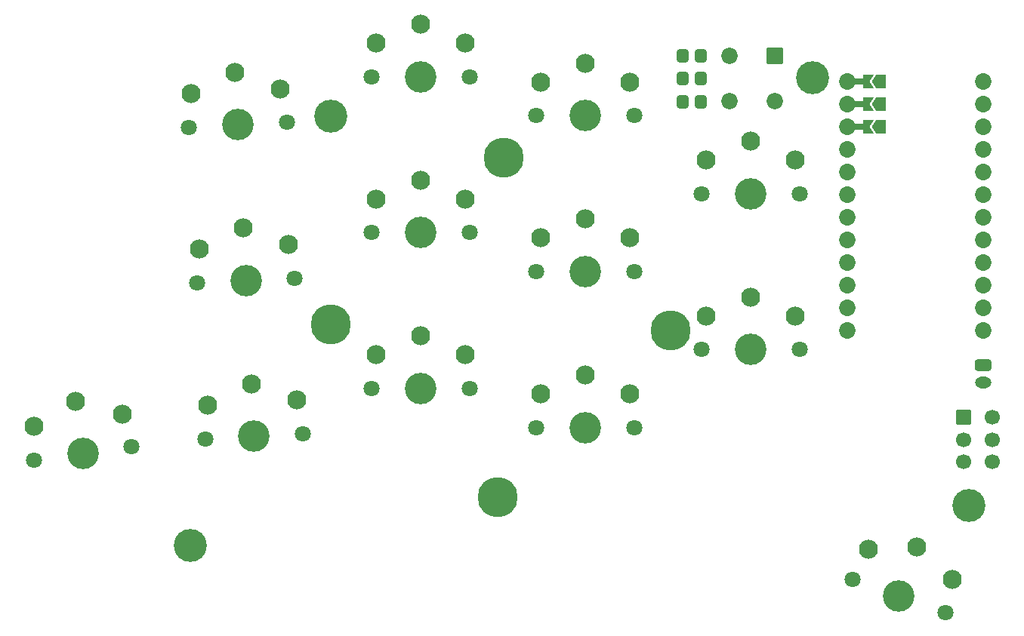
<source format=gbr>
%TF.GenerationSoftware,KiCad,Pcbnew,8.0.5-1.fc40*%
%TF.CreationDate,2024-10-14T16:03:34+11:00*%
%TF.ProjectId,pueo,7075656f-2e6b-4696-9361-645f70636258,0.1*%
%TF.SameCoordinates,Original*%
%TF.FileFunction,Soldermask,Top*%
%TF.FilePolarity,Negative*%
%FSLAX46Y46*%
G04 Gerber Fmt 4.6, Leading zero omitted, Abs format (unit mm)*
G04 Created by KiCad (PCBNEW 8.0.5-1.fc40) date 2024-10-14 16:03:34*
%MOMM*%
%LPD*%
G01*
G04 APERTURE LIST*
G04 Aperture macros list*
%AMRoundRect*
0 Rectangle with rounded corners*
0 $1 Rounding radius*
0 $2 $3 $4 $5 $6 $7 $8 $9 X,Y pos of 4 corners*
0 Add a 4 corners polygon primitive as box body*
4,1,4,$2,$3,$4,$5,$6,$7,$8,$9,$2,$3,0*
0 Add four circle primitives for the rounded corners*
1,1,$1+$1,$2,$3*
1,1,$1+$1,$4,$5*
1,1,$1+$1,$6,$7*
1,1,$1+$1,$8,$9*
0 Add four rect primitives between the rounded corners*
20,1,$1+$1,$2,$3,$4,$5,0*
20,1,$1+$1,$4,$5,$6,$7,0*
20,1,$1+$1,$6,$7,$8,$9,0*
20,1,$1+$1,$8,$9,$2,$3,0*%
%AMFreePoly0*
4,1,16,0.535355,0.785355,0.550000,0.750000,0.550000,-0.750000,0.535355,-0.785355,0.500000,-0.800000,-0.650000,-0.800000,-0.685355,-0.785355,-0.700000,-0.750000,-0.691603,-0.722265,-0.210093,0.000000,-0.691603,0.722265,-0.699029,0.759806,-0.677735,0.791603,-0.650000,0.800000,0.500000,0.800000,0.535355,0.785355,0.535355,0.785355,$1*%
%AMFreePoly1*
4,1,16,0.535355,0.785355,0.541603,0.777735,1.041603,0.027735,1.049029,-0.009806,1.041603,-0.027735,0.541603,-0.777735,0.509806,-0.799029,0.500000,-0.800000,-0.500000,-0.800000,-0.535355,-0.785355,-0.550000,-0.750000,-0.550000,0.750000,-0.535355,0.785355,-0.500000,0.800000,0.500000,0.800000,0.535355,0.785355,0.535355,0.785355,$1*%
G04 Aperture macros list end*
%ADD10RoundRect,0.270833X-0.379167X-0.479167X0.379167X-0.479167X0.379167X0.479167X-0.379167X0.479167X0*%
%ADD11C,1.801800*%
%ADD12C,3.529000*%
%ADD13C,2.132000*%
%ADD14O,1.850000X1.300000*%
%ADD15C,3.700000*%
%ADD16FreePoly0,180.000000*%
%ADD17RoundRect,0.050000X-0.762000X0.250000X-0.762000X-0.250000X0.762000X-0.250000X0.762000X0.250000X0*%
%ADD18C,1.852600*%
%ADD19FreePoly1,180.000000*%
%ADD20RoundRect,0.102000X-0.820000X0.820000X-0.820000X-0.820000X0.820000X-0.820000X0.820000X0.820000X0*%
%ADD21C,1.844000*%
%ADD22C,4.500000*%
%ADD23RoundRect,0.270833X-0.654167X0.379167X-0.654167X-0.379167X0.654167X-0.379167X0.654167X0.379167X0*%
%ADD24RoundRect,0.050000X-0.800000X0.800000X-0.800000X-0.800000X0.800000X-0.800000X0.800000X0.800000X0*%
%ADD25C,1.700000*%
G04 APERTURE END LIST*
D10*
%TO.C,REF\u002A\u002A*%
X176584161Y-94744024D03*
X178584161Y-94744024D03*
%TD*%
D11*
%TO.C,S12*%
X178656026Y-105093880D03*
D12*
X184156026Y-105093880D03*
D11*
X189656026Y-105093880D03*
D13*
X179156026Y-101293880D03*
X189156026Y-101293880D03*
X184156026Y-99193880D03*
%TD*%
D11*
%TO.C,S3*%
X122083323Y-115128893D03*
D12*
X127575785Y-114841045D03*
D11*
X133068247Y-114553197D03*
D13*
X122383761Y-111307933D03*
X132370056Y-110784573D03*
X127267003Y-108949131D03*
%TD*%
D14*
%TO.C,*%
X210230620Y-126293722D03*
%TD*%
D15*
%TO.C,REF\u002A\u002A*%
X121376426Y-144550274D03*
%TD*%
D11*
%TO.C,S8*%
X160156028Y-131343879D03*
D12*
X165656028Y-131343879D03*
D11*
X171156028Y-131343879D03*
D13*
X160656028Y-127543879D03*
X170656028Y-127543879D03*
X165656028Y-125443879D03*
%TD*%
D15*
%TO.C,REF\u002A\u002A*%
X208656029Y-140093879D03*
%TD*%
D16*
%TO.C,MCU1*%
X197331031Y-92498881D03*
D17*
X196406032Y-92498882D03*
D18*
X195036038Y-92498883D03*
X210276027Y-92498885D03*
D16*
X197331031Y-95038882D03*
D17*
X196406030Y-95038882D03*
D18*
X195036031Y-95038882D03*
X210276031Y-95038883D03*
X195036032Y-97578881D03*
X210276033Y-97578882D03*
D16*
X197331032Y-97578882D03*
D17*
X196406030Y-97578882D03*
D18*
X210276032Y-100118884D03*
X195036031Y-100118884D03*
D19*
X198781028Y-92498881D03*
X198781031Y-95038881D03*
X198781031Y-97578882D03*
D18*
X210276031Y-102658882D03*
X210276031Y-105198881D03*
X210276031Y-107738883D03*
X210276032Y-110278883D03*
X210276031Y-112818880D03*
X210276030Y-115358883D03*
X210276031Y-117898882D03*
X210276024Y-120438881D03*
X195036030Y-102658881D03*
X195036031Y-105198881D03*
X195036031Y-107738883D03*
X195036031Y-110278882D03*
X195036030Y-112818880D03*
X195036029Y-115358882D03*
X195036031Y-117898881D03*
X195036035Y-120438879D03*
%TD*%
D11*
%TO.C,S13*%
X195637720Y-148362766D03*
D12*
X200806029Y-150243877D03*
D11*
X205974338Y-152124988D03*
D13*
X197407242Y-144962944D03*
X206804169Y-148383146D03*
X202823948Y-144699691D03*
%TD*%
D15*
%TO.C,REF\u002A\u002A*%
X191094500Y-92098000D03*
%TD*%
D11*
%TO.C,S2*%
X122999204Y-132604913D03*
D12*
X128491666Y-132317065D03*
D11*
X133984128Y-132029217D03*
D13*
X123299642Y-128783953D03*
X133285937Y-128260593D03*
X128182884Y-126425151D03*
%TD*%
D20*
%TO.C,REF\u002A\u002A*%
X186851025Y-89617471D03*
D21*
X186851025Y-94697471D03*
X181771025Y-94697471D03*
X181771025Y-89617471D03*
%TD*%
D11*
%TO.C,S7*%
X141656030Y-91968878D03*
D12*
X147156030Y-91968878D03*
D11*
X152656030Y-91968878D03*
D13*
X142156030Y-88168878D03*
X152156030Y-88168878D03*
X147156030Y-86068878D03*
%TD*%
D11*
%TO.C,S5*%
X141656030Y-126968877D03*
D12*
X147156030Y-126968877D03*
D11*
X152656030Y-126968877D03*
D13*
X142156030Y-123168877D03*
X152156030Y-123168877D03*
X147156030Y-121068877D03*
%TD*%
D11*
%TO.C,S10*%
X160156031Y-96343881D03*
D12*
X165656031Y-96343881D03*
D11*
X171156031Y-96343881D03*
D13*
X160656031Y-92543881D03*
X170656031Y-92543881D03*
X165656031Y-90443881D03*
%TD*%
D11*
%TO.C,S4*%
X121167441Y-97652877D03*
D12*
X126659903Y-97365029D03*
D11*
X132152365Y-97077181D03*
D13*
X121467879Y-93831917D03*
X131454174Y-93308557D03*
X126351121Y-91473115D03*
%TD*%
D10*
%TO.C,REF\u002A\u002A*%
X176584162Y-89594022D03*
X178584162Y-89594022D03*
%TD*%
D11*
%TO.C,S11*%
X178656029Y-122593876D03*
D12*
X184156029Y-122593876D03*
D11*
X189656029Y-122593876D03*
D13*
X179156029Y-118793876D03*
X189156029Y-118793876D03*
X184156029Y-116693876D03*
%TD*%
D11*
%TO.C,S6*%
X141656027Y-109468877D03*
D12*
X147156027Y-109468877D03*
D11*
X152656027Y-109468877D03*
D13*
X142156027Y-105668877D03*
X152156027Y-105668877D03*
X147156027Y-103568877D03*
%TD*%
D11*
%TO.C,S1*%
X103846277Y-135039284D03*
D12*
X109292743Y-134273832D03*
D11*
X114739209Y-133508380D03*
D13*
X103812545Y-131206675D03*
X113715226Y-129814948D03*
X108471622Y-128431250D03*
%TD*%
D15*
%TO.C,REF\u002A\u002A*%
X137095585Y-96366398D03*
%TD*%
D10*
%TO.C,REF\u002A\u002A*%
X176584162Y-92157474D03*
X178584162Y-92157474D03*
%TD*%
D22*
%TO.C,REF\u002A\u002A*%
X137125410Y-119801411D03*
X156504977Y-101086780D03*
X155840041Y-139180978D03*
X175219608Y-120466347D03*
%TD*%
D23*
%TO.C,*%
X210230624Y-124293721D03*
%TD*%
D11*
%TO.C,S9*%
X160156024Y-113843883D03*
D12*
X165656024Y-113843883D03*
D11*
X171156024Y-113843883D03*
D13*
X160656024Y-110043883D03*
X170656024Y-110043883D03*
X165656024Y-107943883D03*
%TD*%
D24*
%TO.C,on/off*%
X208056031Y-130193873D03*
D25*
X208056024Y-132693874D03*
X208056039Y-135193873D03*
X211256041Y-130193865D03*
X211256036Y-132693873D03*
X211256025Y-135193872D03*
%TD*%
M02*

</source>
